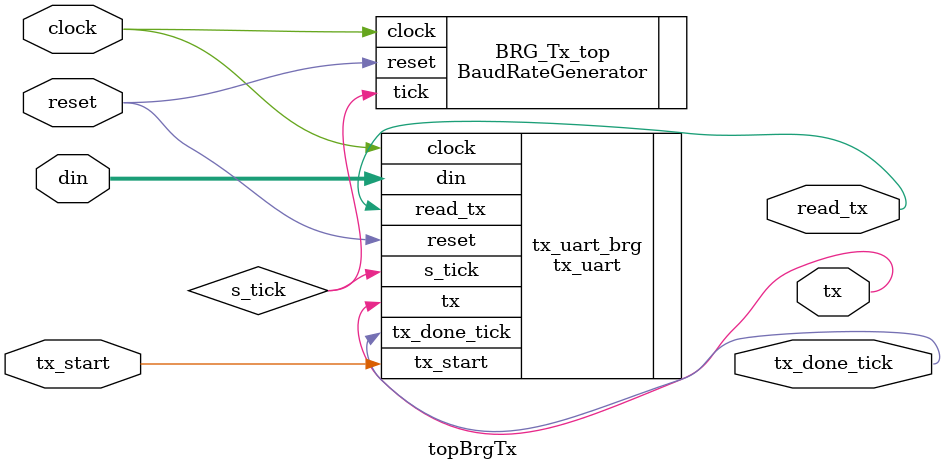
<source format=v>
`timescale 1ns / 1ps

module topBrgTx
#(
    parameter   NB_DATA = 8
)
(
    input [NB_DATA-1:0] din,
    input               tx_start,
    input               clock,
    input               reset,
    
    output              read_tx,
    output              tx_done_tick,
    output              tx  
);
    wire               s_tick;
    
    BaudRateGenerator BRG_Tx_top (
        .clock(clock),  .reset(reset),
        .tick(s_tick)
    );
    tx_uart tx_uart_brg(
        .reset(reset),                  .clock(clock),
        .din(din),                      .s_tick(s_tick), 
        .tx_start(tx_start),            .read_tx(read_tx),
        .tx_done_tick(tx_done_tick),    .tx(tx)
    );
    
endmodule
</source>
